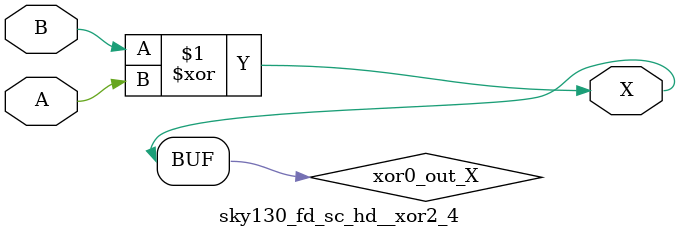
<source format=v>
module sky130_fd_sc_hd__xor2_4 (
    X,
    A,
    B
);
    output X;
    input  A;
    input  B;
    wire xor0_out_X;
    xor xor0 (xor0_out_X, B, A           );
    buf buf0 (X         , xor0_out_X     );
endmodule
</source>
